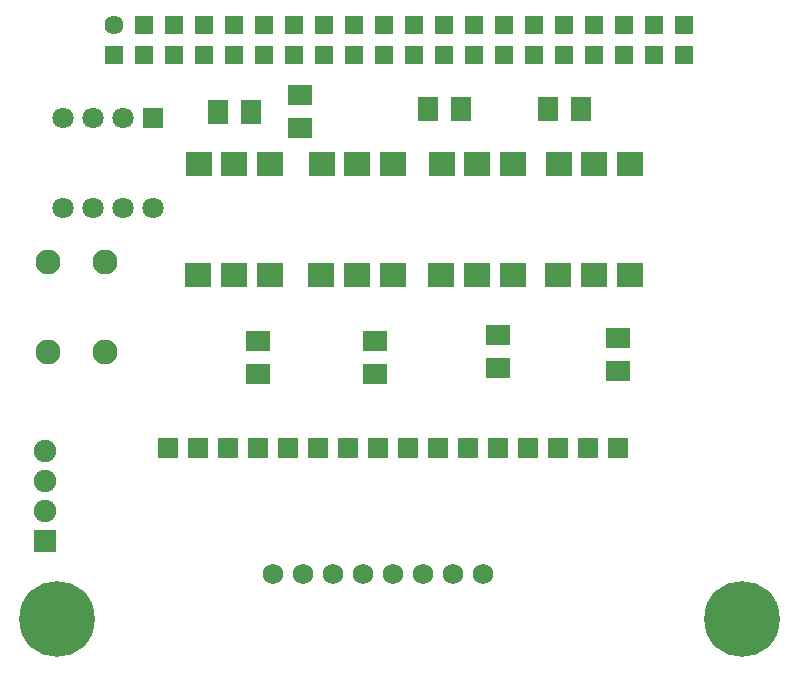
<source format=gts>
G04 ---------------------------- Layer name :TOP SOLDER LAYER*
G04 Sat, 24 Nov 2018 04:00:05 GMT*
G04 67e7144068ef4060983f5ba8a8309223*
G04 Gerber Generator version 0.2*
G04 Scale: 100 percent, Rotated: No, Reflected: No *
G04 Dimensions in inches *
G04 leading zeros omitted , absolute positions ,2 integer and 4 decimal *
%FSLAX24Y24*%
%MOIN*%
G90*
G70D02*

%ADD35R,0.071000X0.071000*%
%ADD36C,0.071000*%
%ADD37C,0.083000*%
%ADD38R,0.086740X0.078866*%
%ADD39R,0.074929X0.074929*%
%ADD40C,0.074929*%
%ADD41C,0.068000*%
%ADD42R,0.078900X0.071000*%
%ADD43R,0.071000X0.078900*%
%ADD44C,0.252100*%
%ADD45R,0.063700X0.063700*%
%ADD46C,0.063700*%
%ADD47R,0.070000X0.070000*%

G04 ---------------------------- copperAreaA Start*

G04 ---------------------------- copperAreaA End*

G04 ---------------------------- planeZoneA Start*

G04 ---------------------------- planeZoneA End*

G04 ---------------------------- Positive polarity*

%LPD*%

G04 ---------------------------- track start*

G04 ---------------------------- track end*

G04 ---------------------------- text start*

G04 ---------------------------- text end*

G04 ---------------------------- protractor start*

G04 ---------------------------- protractor end*

G04 ---------------------------- PAD Start*
G54D35*
G01X4700Y18100D03*
G54D36*
G01X3700Y18100D03*
G01X2700Y18100D03*
G01X1700Y18100D03*
G01X1700Y15100D03*
G01X2700Y15100D03*
G01X3700Y15100D03*
G01X4700Y15100D03*
G54D37*
G01X3100Y13300D03*
G01X3100Y10300D03*
G01X1200Y13300D03*
G01X1200Y10300D03*
G54D38*
G01X20599Y16550D03*
G01X19402Y16550D03*
G01X18206Y16550D03*
G01X18200Y12850D03*
G01X19398Y12851D03*
G01X20594Y12851D03*
G54D39*
G01X1100Y4000D03*
G54D40*
G01X1100Y5000D03*
G01X1100Y6000D03*
G01X1100Y7000D03*
G54D41*
G01X15700Y2900D03*
G01X14700Y2900D03*
G01X13700Y2900D03*
G01X12700Y2900D03*
G01X11700Y2900D03*
G01X10700Y2900D03*
G01X9700Y2900D03*
G01X8700Y2900D03*
G54D42*
G01X9600Y18850D03*
G01X9600Y17750D03*
G54D43*
G01X13850Y18399D03*
G01X14950Y18399D03*
G01X17850Y18400D03*
G01X18950Y18400D03*
G54D42*
G01X8200Y10650D03*
G01X8200Y9550D03*
G54D38*
G01X8599Y16550D03*
G01X7402Y16550D03*
G01X6206Y16550D03*
G01X6200Y12850D03*
G01X7398Y12851D03*
G01X8594Y12851D03*
G54D43*
G01X6850Y18299D03*
G01X7950Y18299D03*
G54D42*
G01X12100Y10650D03*
G01X12100Y9550D03*
G54D38*
G01X12699Y16550D03*
G01X11502Y16550D03*
G01X10306Y16550D03*
G01X10300Y12850D03*
G01X11498Y12851D03*
G01X12694Y12851D03*
G54D42*
G01X16200Y10850D03*
G01X16200Y9750D03*
G54D38*
G01X16699Y16550D03*
G01X15502Y16550D03*
G01X14306Y16550D03*
G01X14300Y12850D03*
G01X15498Y12851D03*
G01X16694Y12851D03*
G54D42*
G01X20200Y10750D03*
G01X20200Y9650D03*
G54D44*
G01X1480Y1380D03*
G01X24310Y1380D03*
G54D45*
G01X3400Y20169D03*
G01X4400Y20169D03*
G01X5400Y20169D03*
G01X6400Y20169D03*
G01X7400Y20169D03*
G01X8400Y20169D03*
G54D46*
G01X3400Y21169D03*
G54D45*
G01X4400Y21169D03*
G01X5400Y21169D03*
G01X6400Y21169D03*
G01X7400Y21169D03*
G01X8400Y21169D03*
G01X9400Y20169D03*
G01X9400Y21169D03*
G01X10400Y20169D03*
G01X11400Y20169D03*
G01X12400Y20169D03*
G01X13400Y20169D03*
G01X14400Y20169D03*
G01X15400Y20169D03*
G01X10400Y21169D03*
G01X11400Y21169D03*
G01X12400Y21169D03*
G01X13400Y21169D03*
G01X14400Y21169D03*
G01X15400Y21169D03*
G01X16400Y20169D03*
G01X16400Y21169D03*
G01X17400Y20169D03*
G01X18400Y20169D03*
G01X19400Y20169D03*
G01X20400Y20169D03*
G01X21400Y20169D03*
G01X22400Y20169D03*
G01X17400Y21169D03*
G01X18400Y21169D03*
G01X19400Y21169D03*
G01X20400Y21169D03*
G01X21400Y21169D03*
G01X22400Y21169D03*
G54D47*
G01X18200Y7100D03*
G01X17200Y7100D03*
G01X15200Y7100D03*
G01X16200Y7100D03*
G01X11200Y7100D03*
G01X12200Y7100D03*
G01X7200Y7100D03*
G01X8200Y7100D03*
G01X5200Y7100D03*
G01X6200Y7100D03*
G01X19200Y7100D03*
G01X20200Y7100D03*
G01X14200Y7100D03*
G01X13200Y7100D03*
G01X10200Y7100D03*
G01X9200Y7100D03*

G04 ---------------------------- PAD End*

G04 ---------------------------- ARC Start*

G04 ---------------------------- ARC End*

G04 ---------------------------- CIRCLE Start*

G04 ---------------------------- CIRCLE End*

G04 ---------------------------- RECT Start*

G04 ---------------------------- RECT End*

G04 ---------------------------- SOLIDREGION Start*

G04 ---------------------------- SOLIDREGION End*

G04 ---------------------------- ALL layer Pad Via Start*

G04 ---------------------------- ALL layer Pad Via End*
M00*
M02*

</source>
